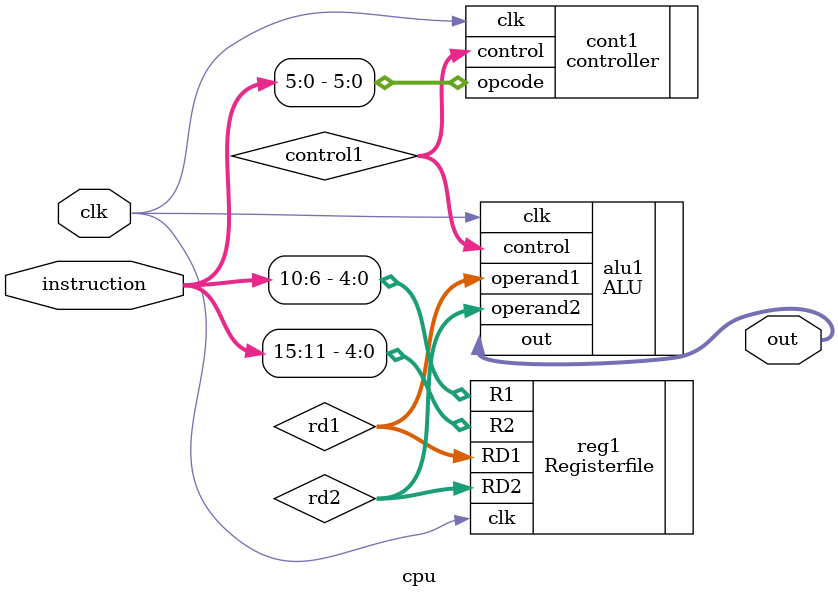
<source format=v>
module cpu #(parameter Width = 32)(instruction, out, clk);
	input clk;
	input [15:0] instruction;
	
	output [Width-1:0] out;
	
	wire [4:0] r1, r2;
	wire [Width-1:0] rd1, rd2;
	wire [3:0] control1;
	
	controller cont1(.opcode(instruction[5:0]), .control(control1), .clk(clk));
	Registerfile reg1(.R1(instruction[10:6]), .R2(instruction[15:11]), .RD1(rd1), .RD2(rd2), .clk(clk));
	ALU alu1(.control(control1), .operand1(rd1), .operand2(rd2), .out(out), .clk(clk));
	
endmodule
</source>
